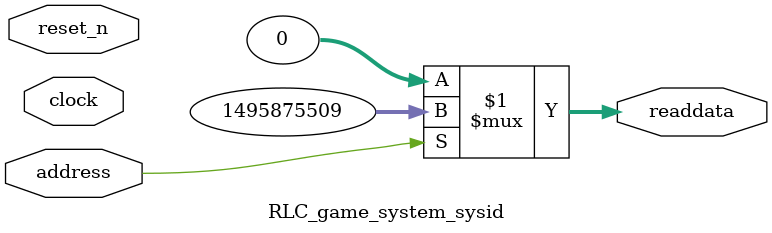
<source format=v>

`timescale 1ns / 1ps
// synthesis translate_on

// turn off superfluous verilog processor warnings 
// altera message_level Level1 
// altera message_off 10034 10035 10036 10037 10230 10240 10030 

module RLC_game_system_sysid (
               // inputs:
                address,
                clock,
                reset_n,

               // outputs:
                readdata
             )
;

  output  [ 31: 0] readdata;
  input            address;
  input            clock;
  input            reset_n;

  wire    [ 31: 0] readdata;
  //control_slave, which is an e_avalon_slave
  assign readdata = address ? 1495875509 : 0;

endmodule




</source>
